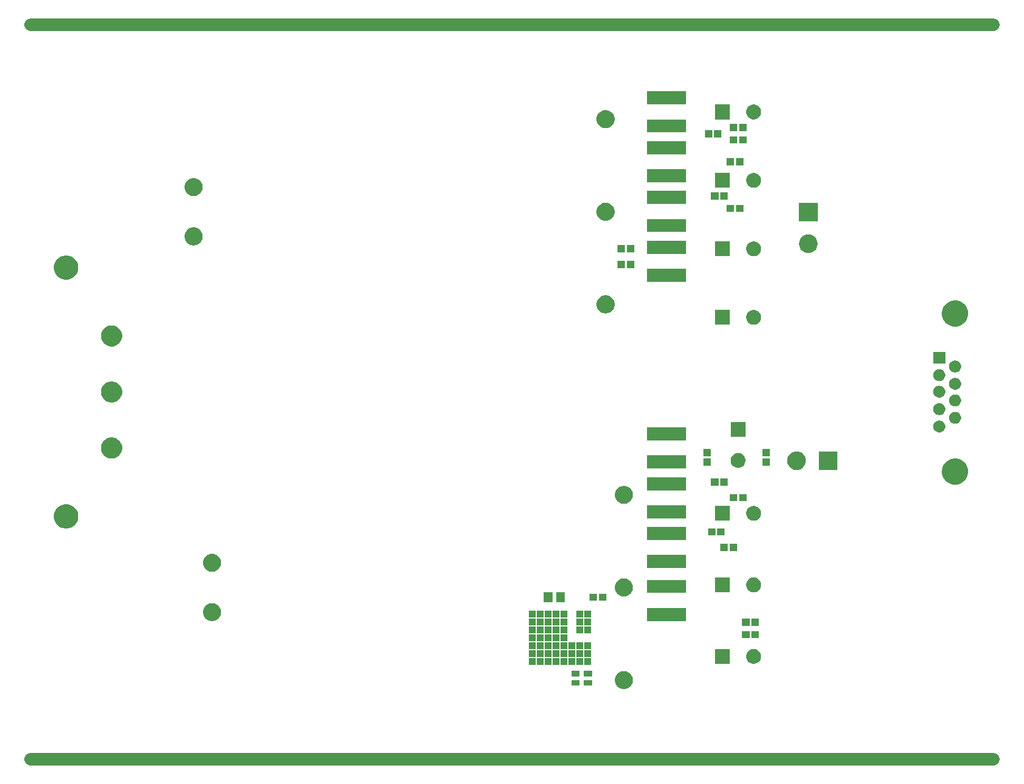
<source format=gbr>
G04 #@! TF.GenerationSoftware,KiCad,Pcbnew,(5.1.0)-1*
G04 #@! TF.CreationDate,2019-09-04T16:49:55-07:00*
G04 #@! TF.ProjectId,pwr supply rev 5,70777220-7375-4707-906c-792072657620,rev?*
G04 #@! TF.SameCoordinates,Original*
G04 #@! TF.FileFunction,Soldermask,Bot*
G04 #@! TF.FilePolarity,Negative*
%FSLAX46Y46*%
G04 Gerber Fmt 4.6, Leading zero omitted, Abs format (unit mm)*
G04 Created by KiCad (PCBNEW (5.1.0)-1) date 2019-09-04 16:49:55*
%MOMM*%
%LPD*%
G04 APERTURE LIST*
%ADD10C,2.000000*%
%ADD11C,0.150000*%
G04 APERTURE END LIST*
D10*
X161000000Y-119000000D02*
X6400000Y-119000000D01*
X161000000Y-1000000D02*
X6400000Y-1000000D01*
D11*
G36*
X101999570Y-104882149D02*
G01*
X102092950Y-104900723D01*
X102356835Y-105010027D01*
X102594321Y-105168711D01*
X102796289Y-105370679D01*
X102954973Y-105608165D01*
X103064277Y-105872050D01*
X103120000Y-106152189D01*
X103120000Y-106437811D01*
X103064277Y-106717950D01*
X102954973Y-106981835D01*
X102796289Y-107219321D01*
X102594321Y-107421289D01*
X102356835Y-107579973D01*
X102092950Y-107689277D01*
X101999570Y-107707851D01*
X101812813Y-107745000D01*
X101527187Y-107745000D01*
X101340430Y-107707851D01*
X101247050Y-107689277D01*
X100983165Y-107579973D01*
X100745679Y-107421289D01*
X100543711Y-107219321D01*
X100385027Y-106981835D01*
X100275723Y-106717950D01*
X100220000Y-106437811D01*
X100220000Y-106152189D01*
X100275723Y-105872050D01*
X100385027Y-105608165D01*
X100543711Y-105370679D01*
X100745679Y-105168711D01*
X100983165Y-105010027D01*
X101247050Y-104900723D01*
X101340430Y-104882149D01*
X101527187Y-104845000D01*
X101812813Y-104845000D01*
X101999570Y-104882149D01*
X101999570Y-104882149D01*
G37*
G36*
X96550000Y-107200000D02*
G01*
X95250000Y-107200000D01*
X95250000Y-106300000D01*
X96550000Y-106300000D01*
X96550000Y-107200000D01*
X96550000Y-107200000D01*
G37*
G36*
X94550000Y-107200000D02*
G01*
X93250000Y-107200000D01*
X93250000Y-106300000D01*
X94550000Y-106300000D01*
X94550000Y-107200000D01*
X94550000Y-107200000D01*
G37*
G36*
X96550000Y-105700000D02*
G01*
X95250000Y-105700000D01*
X95250000Y-104800000D01*
X96550000Y-104800000D01*
X96550000Y-105700000D01*
X96550000Y-105700000D01*
G37*
G36*
X94550000Y-105700000D02*
G01*
X93250000Y-105700000D01*
X93250000Y-104800000D01*
X94550000Y-104800000D01*
X94550000Y-105700000D01*
X94550000Y-105700000D01*
G37*
G36*
X91285000Y-103830000D02*
G01*
X90245000Y-103830000D01*
X90245000Y-102790000D01*
X91285000Y-102790000D01*
X91285000Y-103830000D01*
X91285000Y-103830000D01*
G37*
G36*
X88745000Y-103830000D02*
G01*
X87705000Y-103830000D01*
X87705000Y-102790000D01*
X88745000Y-102790000D01*
X88745000Y-103830000D01*
X88745000Y-103830000D01*
G37*
G36*
X90015000Y-103830000D02*
G01*
X88975000Y-103830000D01*
X88975000Y-102790000D01*
X90015000Y-102790000D01*
X90015000Y-103830000D01*
X90015000Y-103830000D01*
G37*
G36*
X92555000Y-103830000D02*
G01*
X91515000Y-103830000D01*
X91515000Y-102790000D01*
X92555000Y-102790000D01*
X92555000Y-103830000D01*
X92555000Y-103830000D01*
G37*
G36*
X93825000Y-103830000D02*
G01*
X92785000Y-103830000D01*
X92785000Y-102790000D01*
X93825000Y-102790000D01*
X93825000Y-103830000D01*
X93825000Y-103830000D01*
G37*
G36*
X95095000Y-103830000D02*
G01*
X94055000Y-103830000D01*
X94055000Y-102790000D01*
X95095000Y-102790000D01*
X95095000Y-103830000D01*
X95095000Y-103830000D01*
G37*
G36*
X96365000Y-103830000D02*
G01*
X95325000Y-103830000D01*
X95325000Y-102790000D01*
X96365000Y-102790000D01*
X96365000Y-103830000D01*
X96365000Y-103830000D01*
G37*
G36*
X87475000Y-103830000D02*
G01*
X86435000Y-103830000D01*
X86435000Y-102790000D01*
X87475000Y-102790000D01*
X87475000Y-103830000D01*
X87475000Y-103830000D01*
G37*
G36*
X118700000Y-103700000D02*
G01*
X116300000Y-103700000D01*
X116300000Y-101300000D01*
X118700000Y-101300000D01*
X118700000Y-103700000D01*
X118700000Y-103700000D01*
G37*
G36*
X122850027Y-101346116D02*
G01*
X123068415Y-101436575D01*
X123264955Y-101567899D01*
X123432101Y-101735045D01*
X123563425Y-101931585D01*
X123653884Y-102149973D01*
X123700000Y-102381812D01*
X123700000Y-102618188D01*
X123653884Y-102850027D01*
X123563425Y-103068415D01*
X123432101Y-103264955D01*
X123264955Y-103432101D01*
X123068415Y-103563425D01*
X123068414Y-103563426D01*
X123068413Y-103563426D01*
X122850027Y-103653884D01*
X122618190Y-103700000D01*
X122381810Y-103700000D01*
X122149973Y-103653884D01*
X121931587Y-103563426D01*
X121931586Y-103563426D01*
X121931585Y-103563425D01*
X121735045Y-103432101D01*
X121567899Y-103264955D01*
X121436575Y-103068415D01*
X121346116Y-102850027D01*
X121300000Y-102618188D01*
X121300000Y-102381812D01*
X121346116Y-102149973D01*
X121436575Y-101931585D01*
X121567899Y-101735045D01*
X121735045Y-101567899D01*
X121931585Y-101436575D01*
X122149973Y-101346116D01*
X122381810Y-101300000D01*
X122618190Y-101300000D01*
X122850027Y-101346116D01*
X122850027Y-101346116D01*
G37*
G36*
X87475000Y-102560000D02*
G01*
X86435000Y-102560000D01*
X86435000Y-101520000D01*
X87475000Y-101520000D01*
X87475000Y-102560000D01*
X87475000Y-102560000D01*
G37*
G36*
X88745000Y-102560000D02*
G01*
X87705000Y-102560000D01*
X87705000Y-101520000D01*
X88745000Y-101520000D01*
X88745000Y-102560000D01*
X88745000Y-102560000D01*
G37*
G36*
X90015000Y-102560000D02*
G01*
X88975000Y-102560000D01*
X88975000Y-101520000D01*
X90015000Y-101520000D01*
X90015000Y-102560000D01*
X90015000Y-102560000D01*
G37*
G36*
X91285000Y-102560000D02*
G01*
X90245000Y-102560000D01*
X90245000Y-101520000D01*
X91285000Y-101520000D01*
X91285000Y-102560000D01*
X91285000Y-102560000D01*
G37*
G36*
X96365000Y-102560000D02*
G01*
X95325000Y-102560000D01*
X95325000Y-101520000D01*
X96365000Y-101520000D01*
X96365000Y-102560000D01*
X96365000Y-102560000D01*
G37*
G36*
X95095000Y-102560000D02*
G01*
X94055000Y-102560000D01*
X94055000Y-101520000D01*
X95095000Y-101520000D01*
X95095000Y-102560000D01*
X95095000Y-102560000D01*
G37*
G36*
X93825000Y-102560000D02*
G01*
X92785000Y-102560000D01*
X92785000Y-101520000D01*
X93825000Y-101520000D01*
X93825000Y-102560000D01*
X93825000Y-102560000D01*
G37*
G36*
X92555000Y-102560000D02*
G01*
X91515000Y-102560000D01*
X91515000Y-101520000D01*
X92555000Y-101520000D01*
X92555000Y-102560000D01*
X92555000Y-102560000D01*
G37*
G36*
X87475000Y-101290000D02*
G01*
X86435000Y-101290000D01*
X86435000Y-100250000D01*
X87475000Y-100250000D01*
X87475000Y-101290000D01*
X87475000Y-101290000D01*
G37*
G36*
X88745000Y-101290000D02*
G01*
X87705000Y-101290000D01*
X87705000Y-100250000D01*
X88745000Y-100250000D01*
X88745000Y-101290000D01*
X88745000Y-101290000D01*
G37*
G36*
X90015000Y-101290000D02*
G01*
X88975000Y-101290000D01*
X88975000Y-100250000D01*
X90015000Y-100250000D01*
X90015000Y-101290000D01*
X90015000Y-101290000D01*
G37*
G36*
X91285000Y-101290000D02*
G01*
X90245000Y-101290000D01*
X90245000Y-100250000D01*
X91285000Y-100250000D01*
X91285000Y-101290000D01*
X91285000Y-101290000D01*
G37*
G36*
X92555000Y-101290000D02*
G01*
X91515000Y-101290000D01*
X91515000Y-100250000D01*
X92555000Y-100250000D01*
X92555000Y-101290000D01*
X92555000Y-101290000D01*
G37*
G36*
X93825000Y-101290000D02*
G01*
X92785000Y-101290000D01*
X92785000Y-100250000D01*
X93825000Y-100250000D01*
X93825000Y-101290000D01*
X93825000Y-101290000D01*
G37*
G36*
X95095000Y-101290000D02*
G01*
X94055000Y-101290000D01*
X94055000Y-100250000D01*
X95095000Y-100250000D01*
X95095000Y-101290000D01*
X95095000Y-101290000D01*
G37*
G36*
X96365000Y-101290000D02*
G01*
X95325000Y-101290000D01*
X95325000Y-100250000D01*
X96365000Y-100250000D01*
X96365000Y-101290000D01*
X96365000Y-101290000D01*
G37*
G36*
X87475000Y-100020000D02*
G01*
X86435000Y-100020000D01*
X86435000Y-98980000D01*
X87475000Y-98980000D01*
X87475000Y-100020000D01*
X87475000Y-100020000D01*
G37*
G36*
X88745000Y-100020000D02*
G01*
X87705000Y-100020000D01*
X87705000Y-98980000D01*
X88745000Y-98980000D01*
X88745000Y-100020000D01*
X88745000Y-100020000D01*
G37*
G36*
X90015000Y-100020000D02*
G01*
X88975000Y-100020000D01*
X88975000Y-98980000D01*
X90015000Y-98980000D01*
X90015000Y-100020000D01*
X90015000Y-100020000D01*
G37*
G36*
X91285000Y-100020000D02*
G01*
X90245000Y-100020000D01*
X90245000Y-98980000D01*
X91285000Y-98980000D01*
X91285000Y-100020000D01*
X91285000Y-100020000D01*
G37*
G36*
X92555000Y-100020000D02*
G01*
X91515000Y-100020000D01*
X91515000Y-98980000D01*
X92555000Y-98980000D01*
X92555000Y-100020000D01*
X92555000Y-100020000D01*
G37*
G36*
X121850000Y-99575000D02*
G01*
X120650000Y-99575000D01*
X120650000Y-98425000D01*
X121850000Y-98425000D01*
X121850000Y-99575000D01*
X121850000Y-99575000D01*
G37*
G36*
X123350000Y-99575000D02*
G01*
X122150000Y-99575000D01*
X122150000Y-98425000D01*
X123350000Y-98425000D01*
X123350000Y-99575000D01*
X123350000Y-99575000D01*
G37*
G36*
X96365000Y-98750000D02*
G01*
X95325000Y-98750000D01*
X95325000Y-97710000D01*
X96365000Y-97710000D01*
X96365000Y-98750000D01*
X96365000Y-98750000D01*
G37*
G36*
X91285000Y-98750000D02*
G01*
X90245000Y-98750000D01*
X90245000Y-97710000D01*
X91285000Y-97710000D01*
X91285000Y-98750000D01*
X91285000Y-98750000D01*
G37*
G36*
X95095000Y-98750000D02*
G01*
X94055000Y-98750000D01*
X94055000Y-97710000D01*
X95095000Y-97710000D01*
X95095000Y-98750000D01*
X95095000Y-98750000D01*
G37*
G36*
X90015000Y-98750000D02*
G01*
X88975000Y-98750000D01*
X88975000Y-97710000D01*
X90015000Y-97710000D01*
X90015000Y-98750000D01*
X90015000Y-98750000D01*
G37*
G36*
X87475000Y-98750000D02*
G01*
X86435000Y-98750000D01*
X86435000Y-97710000D01*
X87475000Y-97710000D01*
X87475000Y-98750000D01*
X87475000Y-98750000D01*
G37*
G36*
X88745000Y-98750000D02*
G01*
X87705000Y-98750000D01*
X87705000Y-97710000D01*
X88745000Y-97710000D01*
X88745000Y-98750000D01*
X88745000Y-98750000D01*
G37*
G36*
X92555000Y-98750000D02*
G01*
X91515000Y-98750000D01*
X91515000Y-97710000D01*
X92555000Y-97710000D01*
X92555000Y-98750000D01*
X92555000Y-98750000D01*
G37*
G36*
X123350000Y-97575000D02*
G01*
X122150000Y-97575000D01*
X122150000Y-96425000D01*
X123350000Y-96425000D01*
X123350000Y-97575000D01*
X123350000Y-97575000D01*
G37*
G36*
X121850000Y-97575000D02*
G01*
X120650000Y-97575000D01*
X120650000Y-96425000D01*
X121850000Y-96425000D01*
X121850000Y-97575000D01*
X121850000Y-97575000D01*
G37*
G36*
X96365000Y-97480000D02*
G01*
X95325000Y-97480000D01*
X95325000Y-96440000D01*
X96365000Y-96440000D01*
X96365000Y-97480000D01*
X96365000Y-97480000D01*
G37*
G36*
X95095000Y-97480000D02*
G01*
X94055000Y-97480000D01*
X94055000Y-96440000D01*
X95095000Y-96440000D01*
X95095000Y-97480000D01*
X95095000Y-97480000D01*
G37*
G36*
X92555000Y-97480000D02*
G01*
X91515000Y-97480000D01*
X91515000Y-96440000D01*
X92555000Y-96440000D01*
X92555000Y-97480000D01*
X92555000Y-97480000D01*
G37*
G36*
X87475000Y-97480000D02*
G01*
X86435000Y-97480000D01*
X86435000Y-96440000D01*
X87475000Y-96440000D01*
X87475000Y-97480000D01*
X87475000Y-97480000D01*
G37*
G36*
X91285000Y-97480000D02*
G01*
X90245000Y-97480000D01*
X90245000Y-96440000D01*
X91285000Y-96440000D01*
X91285000Y-97480000D01*
X91285000Y-97480000D01*
G37*
G36*
X88745000Y-97480000D02*
G01*
X87705000Y-97480000D01*
X87705000Y-96440000D01*
X88745000Y-96440000D01*
X88745000Y-97480000D01*
X88745000Y-97480000D01*
G37*
G36*
X90015000Y-97480000D02*
G01*
X88975000Y-97480000D01*
X88975000Y-96440000D01*
X90015000Y-96440000D01*
X90015000Y-97480000D01*
X90015000Y-97480000D01*
G37*
G36*
X35859570Y-93962149D02*
G01*
X35952950Y-93980723D01*
X36216835Y-94090027D01*
X36454321Y-94248711D01*
X36656289Y-94450679D01*
X36814973Y-94688165D01*
X36924277Y-94952050D01*
X36980000Y-95232189D01*
X36980000Y-95517811D01*
X36924277Y-95797950D01*
X36814973Y-96061835D01*
X36656289Y-96299321D01*
X36454321Y-96501289D01*
X36216835Y-96659973D01*
X35952950Y-96769277D01*
X35859570Y-96787851D01*
X35672813Y-96825000D01*
X35387187Y-96825000D01*
X35200430Y-96787851D01*
X35107050Y-96769277D01*
X34843165Y-96659973D01*
X34605679Y-96501289D01*
X34403711Y-96299321D01*
X34245027Y-96061835D01*
X34135723Y-95797950D01*
X34080000Y-95517811D01*
X34080000Y-95232189D01*
X34135723Y-94952050D01*
X34245027Y-94688165D01*
X34403711Y-94450679D01*
X34605679Y-94248711D01*
X34843165Y-94090027D01*
X35107050Y-93980723D01*
X35200430Y-93962149D01*
X35387187Y-93925000D01*
X35672813Y-93925000D01*
X35859570Y-93962149D01*
X35859570Y-93962149D01*
G37*
G36*
X111650000Y-96800000D02*
G01*
X105350000Y-96800000D01*
X105350000Y-94700000D01*
X111650000Y-94700000D01*
X111650000Y-96800000D01*
X111650000Y-96800000D01*
G37*
G36*
X91285000Y-96210000D02*
G01*
X90245000Y-96210000D01*
X90245000Y-95170000D01*
X91285000Y-95170000D01*
X91285000Y-96210000D01*
X91285000Y-96210000D01*
G37*
G36*
X90015000Y-96210000D02*
G01*
X88975000Y-96210000D01*
X88975000Y-95170000D01*
X90015000Y-95170000D01*
X90015000Y-96210000D01*
X90015000Y-96210000D01*
G37*
G36*
X96365000Y-96210000D02*
G01*
X95325000Y-96210000D01*
X95325000Y-95170000D01*
X96365000Y-95170000D01*
X96365000Y-96210000D01*
X96365000Y-96210000D01*
G37*
G36*
X88745000Y-96210000D02*
G01*
X87705000Y-96210000D01*
X87705000Y-95170000D01*
X88745000Y-95170000D01*
X88745000Y-96210000D01*
X88745000Y-96210000D01*
G37*
G36*
X92555000Y-96210000D02*
G01*
X91515000Y-96210000D01*
X91515000Y-95170000D01*
X92555000Y-95170000D01*
X92555000Y-96210000D01*
X92555000Y-96210000D01*
G37*
G36*
X87475000Y-96210000D02*
G01*
X86435000Y-96210000D01*
X86435000Y-95170000D01*
X87475000Y-95170000D01*
X87475000Y-96210000D01*
X87475000Y-96210000D01*
G37*
G36*
X95095000Y-96210000D02*
G01*
X94055000Y-96210000D01*
X94055000Y-95170000D01*
X95095000Y-95170000D01*
X95095000Y-96210000D01*
X95095000Y-96210000D01*
G37*
G36*
X92200000Y-93825000D02*
G01*
X90800000Y-93825000D01*
X90800000Y-92175000D01*
X92200000Y-92175000D01*
X92200000Y-93825000D01*
X92200000Y-93825000D01*
G37*
G36*
X90200000Y-93825000D02*
G01*
X88800000Y-93825000D01*
X88800000Y-92175000D01*
X90200000Y-92175000D01*
X90200000Y-93825000D01*
X90200000Y-93825000D01*
G37*
G36*
X98850000Y-93575000D02*
G01*
X97650000Y-93575000D01*
X97650000Y-92425000D01*
X98850000Y-92425000D01*
X98850000Y-93575000D01*
X98850000Y-93575000D01*
G37*
G36*
X97350000Y-93575000D02*
G01*
X96150000Y-93575000D01*
X96150000Y-92425000D01*
X97350000Y-92425000D01*
X97350000Y-93575000D01*
X97350000Y-93575000D01*
G37*
G36*
X101999570Y-90002149D02*
G01*
X102092950Y-90020723D01*
X102356835Y-90130027D01*
X102594321Y-90288711D01*
X102796289Y-90490679D01*
X102954973Y-90728165D01*
X103018614Y-90881810D01*
X103064277Y-90992051D01*
X103120000Y-91272187D01*
X103120000Y-91557813D01*
X103117891Y-91568415D01*
X103064277Y-91837950D01*
X102954973Y-92101835D01*
X102796289Y-92339321D01*
X102594321Y-92541289D01*
X102356835Y-92699973D01*
X102092950Y-92809277D01*
X101999570Y-92827851D01*
X101812813Y-92865000D01*
X101527187Y-92865000D01*
X101340430Y-92827851D01*
X101247050Y-92809277D01*
X100983165Y-92699973D01*
X100745679Y-92541289D01*
X100543711Y-92339321D01*
X100385027Y-92101835D01*
X100275723Y-91837950D01*
X100222109Y-91568415D01*
X100220000Y-91557813D01*
X100220000Y-91272187D01*
X100275723Y-90992051D01*
X100321386Y-90881810D01*
X100385027Y-90728165D01*
X100543711Y-90490679D01*
X100745679Y-90288711D01*
X100983165Y-90130027D01*
X101247050Y-90020723D01*
X101340430Y-90002149D01*
X101527187Y-89965000D01*
X101812813Y-89965000D01*
X101999570Y-90002149D01*
X101999570Y-90002149D01*
G37*
G36*
X111650000Y-92300000D02*
G01*
X105350000Y-92300000D01*
X105350000Y-90200000D01*
X111650000Y-90200000D01*
X111650000Y-92300000D01*
X111650000Y-92300000D01*
G37*
G36*
X118700000Y-92200000D02*
G01*
X116300000Y-92200000D01*
X116300000Y-89800000D01*
X118700000Y-89800000D01*
X118700000Y-92200000D01*
X118700000Y-92200000D01*
G37*
G36*
X122850027Y-89846116D02*
G01*
X123068415Y-89936575D01*
X123264955Y-90067899D01*
X123432101Y-90235045D01*
X123467960Y-90288711D01*
X123563426Y-90431587D01*
X123653884Y-90649973D01*
X123700000Y-90881810D01*
X123700000Y-91118190D01*
X123653884Y-91350027D01*
X123567817Y-91557813D01*
X123563425Y-91568415D01*
X123432101Y-91764955D01*
X123264955Y-91932101D01*
X123068415Y-92063425D01*
X123068414Y-92063426D01*
X123068413Y-92063426D01*
X122850027Y-92153884D01*
X122618190Y-92200000D01*
X122381810Y-92200000D01*
X122149973Y-92153884D01*
X121931587Y-92063426D01*
X121931586Y-92063426D01*
X121931585Y-92063425D01*
X121735045Y-91932101D01*
X121567899Y-91764955D01*
X121436575Y-91568415D01*
X121432184Y-91557813D01*
X121346116Y-91350027D01*
X121300000Y-91118190D01*
X121300000Y-90881810D01*
X121346116Y-90649973D01*
X121436574Y-90431587D01*
X121532041Y-90288711D01*
X121567899Y-90235045D01*
X121735045Y-90067899D01*
X121931585Y-89936575D01*
X122149973Y-89846116D01*
X122381810Y-89800000D01*
X122618190Y-89800000D01*
X122850027Y-89846116D01*
X122850027Y-89846116D01*
G37*
G36*
X35859570Y-86042149D02*
G01*
X35952950Y-86060723D01*
X36216835Y-86170027D01*
X36454321Y-86328711D01*
X36656289Y-86530679D01*
X36814973Y-86768165D01*
X36924277Y-87032050D01*
X36980000Y-87312189D01*
X36980000Y-87597811D01*
X36924277Y-87877950D01*
X36814973Y-88141835D01*
X36656289Y-88379321D01*
X36454321Y-88581289D01*
X36216835Y-88739973D01*
X35952950Y-88849277D01*
X35859570Y-88867851D01*
X35672813Y-88905000D01*
X35387187Y-88905000D01*
X35200430Y-88867851D01*
X35107050Y-88849277D01*
X34843165Y-88739973D01*
X34605679Y-88581289D01*
X34403711Y-88379321D01*
X34245027Y-88141835D01*
X34135723Y-87877950D01*
X34080000Y-87597811D01*
X34080000Y-87312189D01*
X34135723Y-87032050D01*
X34245027Y-86768165D01*
X34403711Y-86530679D01*
X34605679Y-86328711D01*
X34843165Y-86170027D01*
X35107050Y-86060723D01*
X35200430Y-86042149D01*
X35387187Y-86005000D01*
X35672813Y-86005000D01*
X35859570Y-86042149D01*
X35859570Y-86042149D01*
G37*
G36*
X111650000Y-88300000D02*
G01*
X105350000Y-88300000D01*
X105350000Y-86200000D01*
X111650000Y-86200000D01*
X111650000Y-88300000D01*
X111650000Y-88300000D01*
G37*
G36*
X118350000Y-85575000D02*
G01*
X117150000Y-85575000D01*
X117150000Y-84425000D01*
X118350000Y-84425000D01*
X118350000Y-85575000D01*
X118350000Y-85575000D01*
G37*
G36*
X119850000Y-85575000D02*
G01*
X118650000Y-85575000D01*
X118650000Y-84425000D01*
X119850000Y-84425000D01*
X119850000Y-85575000D01*
X119850000Y-85575000D01*
G37*
G36*
X111650000Y-83800000D02*
G01*
X105350000Y-83800000D01*
X105350000Y-81700000D01*
X111650000Y-81700000D01*
X111650000Y-83800000D01*
X111650000Y-83800000D01*
G37*
G36*
X117850000Y-83075000D02*
G01*
X116650000Y-83075000D01*
X116650000Y-81925000D01*
X117850000Y-81925000D01*
X117850000Y-83075000D01*
X117850000Y-83075000D01*
G37*
G36*
X116350000Y-83075000D02*
G01*
X115150000Y-83075000D01*
X115150000Y-81925000D01*
X116350000Y-81925000D01*
X116350000Y-83075000D01*
X116350000Y-83075000D01*
G37*
G36*
X12668794Y-78124938D02*
G01*
X13023674Y-78271933D01*
X13343053Y-78485336D01*
X13614664Y-78756947D01*
X13828067Y-79076326D01*
X13975062Y-79431206D01*
X14050000Y-79807943D01*
X14050000Y-80192057D01*
X13975062Y-80568794D01*
X13828067Y-80923674D01*
X13614664Y-81243053D01*
X13343053Y-81514664D01*
X13023674Y-81728067D01*
X12668794Y-81875062D01*
X12292058Y-81950000D01*
X11907942Y-81950000D01*
X11531206Y-81875062D01*
X11176326Y-81728067D01*
X10856947Y-81514664D01*
X10585336Y-81243053D01*
X10371933Y-80923674D01*
X10224938Y-80568794D01*
X10150000Y-80192057D01*
X10150000Y-79807943D01*
X10224938Y-79431206D01*
X10371933Y-79076326D01*
X10585336Y-78756947D01*
X10856947Y-78485336D01*
X11176326Y-78271933D01*
X11531206Y-78124938D01*
X11907942Y-78050000D01*
X12292058Y-78050000D01*
X12668794Y-78124938D01*
X12668794Y-78124938D01*
G37*
G36*
X122850027Y-78346116D02*
G01*
X123068415Y-78436575D01*
X123264955Y-78567899D01*
X123432101Y-78735045D01*
X123563425Y-78931585D01*
X123653884Y-79149973D01*
X123700000Y-79381812D01*
X123700000Y-79618188D01*
X123653884Y-79850027D01*
X123563425Y-80068415D01*
X123432101Y-80264955D01*
X123264955Y-80432101D01*
X123068415Y-80563425D01*
X123068414Y-80563426D01*
X123068413Y-80563426D01*
X122850027Y-80653884D01*
X122618190Y-80700000D01*
X122381810Y-80700000D01*
X122149973Y-80653884D01*
X121931587Y-80563426D01*
X121931586Y-80563426D01*
X121931585Y-80563425D01*
X121735045Y-80432101D01*
X121567899Y-80264955D01*
X121436575Y-80068415D01*
X121346116Y-79850027D01*
X121300000Y-79618188D01*
X121300000Y-79381812D01*
X121346116Y-79149973D01*
X121436575Y-78931585D01*
X121567899Y-78735045D01*
X121735045Y-78567899D01*
X121931585Y-78436575D01*
X122149973Y-78346116D01*
X122381810Y-78300000D01*
X122618190Y-78300000D01*
X122850027Y-78346116D01*
X122850027Y-78346116D01*
G37*
G36*
X118700000Y-80700000D02*
G01*
X116300000Y-80700000D01*
X116300000Y-78300000D01*
X118700000Y-78300000D01*
X118700000Y-80700000D01*
X118700000Y-80700000D01*
G37*
G36*
X111650000Y-80300000D02*
G01*
X105350000Y-80300000D01*
X105350000Y-78200000D01*
X111650000Y-78200000D01*
X111650000Y-80300000D01*
X111650000Y-80300000D01*
G37*
G36*
X101999570Y-75122149D02*
G01*
X102092950Y-75140723D01*
X102356835Y-75250027D01*
X102594321Y-75408711D01*
X102796289Y-75610679D01*
X102954973Y-75848165D01*
X103064277Y-76112050D01*
X103120000Y-76392189D01*
X103120000Y-76677811D01*
X103064277Y-76957950D01*
X102954973Y-77221835D01*
X102796289Y-77459321D01*
X102594321Y-77661289D01*
X102356835Y-77819973D01*
X102092950Y-77929277D01*
X101999570Y-77947851D01*
X101812813Y-77985000D01*
X101527187Y-77985000D01*
X101340430Y-77947851D01*
X101247050Y-77929277D01*
X100983165Y-77819973D01*
X100745679Y-77661289D01*
X100543711Y-77459321D01*
X100385027Y-77221835D01*
X100275723Y-76957950D01*
X100220000Y-76677811D01*
X100220000Y-76392189D01*
X100275723Y-76112050D01*
X100385027Y-75848165D01*
X100543711Y-75610679D01*
X100745679Y-75408711D01*
X100983165Y-75250027D01*
X101247050Y-75140723D01*
X101340430Y-75122149D01*
X101527187Y-75085000D01*
X101812813Y-75085000D01*
X101999570Y-75122149D01*
X101999570Y-75122149D01*
G37*
G36*
X121350000Y-77575000D02*
G01*
X120150000Y-77575000D01*
X120150000Y-76425000D01*
X121350000Y-76425000D01*
X121350000Y-77575000D01*
X121350000Y-77575000D01*
G37*
G36*
X119850000Y-77575000D02*
G01*
X118650000Y-77575000D01*
X118650000Y-76425000D01*
X119850000Y-76425000D01*
X119850000Y-77575000D01*
X119850000Y-77575000D01*
G37*
G36*
X111650000Y-75800000D02*
G01*
X105350000Y-75800000D01*
X105350000Y-73700000D01*
X111650000Y-73700000D01*
X111650000Y-75800000D01*
X111650000Y-75800000D01*
G37*
G36*
X116850000Y-75075000D02*
G01*
X115650000Y-75075000D01*
X115650000Y-73925000D01*
X116850000Y-73925000D01*
X116850000Y-75075000D01*
X116850000Y-75075000D01*
G37*
G36*
X118350000Y-75075000D02*
G01*
X117150000Y-75075000D01*
X117150000Y-73925000D01*
X118350000Y-73925000D01*
X118350000Y-75075000D01*
X118350000Y-75075000D01*
G37*
G36*
X155454006Y-70765894D02*
G01*
X155837094Y-70924574D01*
X156181859Y-71154939D01*
X156475061Y-71448141D01*
X156705426Y-71792906D01*
X156705427Y-71792909D01*
X156864106Y-72175994D01*
X156915133Y-72432522D01*
X156945000Y-72582677D01*
X156945000Y-72997323D01*
X156864106Y-73404006D01*
X156705426Y-73787094D01*
X156475061Y-74131859D01*
X156181859Y-74425061D01*
X155837094Y-74655426D01*
X155454006Y-74814106D01*
X155047324Y-74895000D01*
X154632676Y-74895000D01*
X154225994Y-74814106D01*
X153842906Y-74655426D01*
X153498141Y-74425061D01*
X153204939Y-74131859D01*
X152974574Y-73787094D01*
X152815894Y-73404006D01*
X152735000Y-72997323D01*
X152735000Y-72582677D01*
X152764868Y-72432522D01*
X152815894Y-72175994D01*
X152974573Y-71792909D01*
X152974574Y-71792906D01*
X153204939Y-71448141D01*
X153498141Y-71154939D01*
X153842906Y-70924574D01*
X154225994Y-70765894D01*
X154632676Y-70685000D01*
X155047324Y-70685000D01*
X155454006Y-70765894D01*
X155454006Y-70765894D01*
G37*
G36*
X129684051Y-69561705D02*
G01*
X129966802Y-69647476D01*
X129966805Y-69647478D01*
X129966806Y-69647478D01*
X130227386Y-69786760D01*
X130455792Y-69974208D01*
X130643240Y-70202614D01*
X130765628Y-70431587D01*
X130782524Y-70463198D01*
X130868295Y-70745949D01*
X130897257Y-71040000D01*
X130868295Y-71334051D01*
X130782524Y-71616802D01*
X130782522Y-71616805D01*
X130782522Y-71616806D01*
X130643240Y-71877386D01*
X130455792Y-72105792D01*
X130227386Y-72293240D01*
X129966806Y-72432522D01*
X129966802Y-72432524D01*
X129684051Y-72518295D01*
X129463680Y-72540000D01*
X129316320Y-72540000D01*
X129095949Y-72518295D01*
X128813198Y-72432524D01*
X128813194Y-72432522D01*
X128552614Y-72293240D01*
X128324208Y-72105792D01*
X128136760Y-71877386D01*
X127997478Y-71616806D01*
X127997478Y-71616805D01*
X127997476Y-71616802D01*
X127911705Y-71334051D01*
X127882743Y-71040000D01*
X127911705Y-70745949D01*
X127997476Y-70463198D01*
X128014372Y-70431587D01*
X128136760Y-70202614D01*
X128324208Y-69974208D01*
X128552614Y-69786760D01*
X128813194Y-69647478D01*
X128813195Y-69647478D01*
X128813198Y-69647476D01*
X129095949Y-69561705D01*
X129316320Y-69540000D01*
X129463680Y-69540000D01*
X129684051Y-69561705D01*
X129684051Y-69561705D01*
G37*
G36*
X135970000Y-72540000D02*
G01*
X132970000Y-72540000D01*
X132970000Y-69540000D01*
X135970000Y-69540000D01*
X135970000Y-72540000D01*
X135970000Y-72540000D01*
G37*
G36*
X111650000Y-72300000D02*
G01*
X105350000Y-72300000D01*
X105350000Y-70200000D01*
X111650000Y-70200000D01*
X111650000Y-72300000D01*
X111650000Y-72300000D01*
G37*
G36*
X120350027Y-69846116D02*
G01*
X120568415Y-69936575D01*
X120764955Y-70067899D01*
X120932101Y-70235045D01*
X121008912Y-70350000D01*
X121063426Y-70431587D01*
X121147545Y-70634669D01*
X121153884Y-70649973D01*
X121200000Y-70881812D01*
X121200000Y-71118188D01*
X121153884Y-71350027D01*
X121063425Y-71568415D01*
X120932101Y-71764955D01*
X120764955Y-71932101D01*
X120568415Y-72063425D01*
X120568414Y-72063426D01*
X120568413Y-72063426D01*
X120350027Y-72153884D01*
X120118190Y-72200000D01*
X119881810Y-72200000D01*
X119649973Y-72153884D01*
X119431587Y-72063426D01*
X119431586Y-72063426D01*
X119431585Y-72063425D01*
X119235045Y-71932101D01*
X119067899Y-71764955D01*
X118936575Y-71568415D01*
X118846116Y-71350027D01*
X118800000Y-71118188D01*
X118800000Y-70881812D01*
X118846116Y-70649973D01*
X118852455Y-70634669D01*
X118936574Y-70431587D01*
X118991089Y-70350000D01*
X119067899Y-70235045D01*
X119235045Y-70067899D01*
X119431585Y-69936575D01*
X119649973Y-69846116D01*
X119881810Y-69800000D01*
X120118190Y-69800000D01*
X120350027Y-69846116D01*
X120350027Y-69846116D01*
G37*
G36*
X125075000Y-71850000D02*
G01*
X123925000Y-71850000D01*
X123925000Y-70650000D01*
X125075000Y-70650000D01*
X125075000Y-71850000D01*
X125075000Y-71850000D01*
G37*
G36*
X115575000Y-71850000D02*
G01*
X114425000Y-71850000D01*
X114425000Y-70650000D01*
X115575000Y-70650000D01*
X115575000Y-71850000D01*
X115575000Y-71850000D01*
G37*
G36*
X19895872Y-67365330D02*
G01*
X20205252Y-67493479D01*
X20483687Y-67679523D01*
X20720477Y-67916313D01*
X20906521Y-68194748D01*
X21034670Y-68504128D01*
X21100000Y-68832565D01*
X21100000Y-69167435D01*
X21034670Y-69495872D01*
X20906521Y-69805252D01*
X20720477Y-70083687D01*
X20483687Y-70320477D01*
X20205252Y-70506521D01*
X19895872Y-70634670D01*
X19567435Y-70700000D01*
X19232565Y-70700000D01*
X18904128Y-70634670D01*
X18594748Y-70506521D01*
X18316313Y-70320477D01*
X18079523Y-70083687D01*
X17893479Y-69805252D01*
X17765330Y-69495872D01*
X17700000Y-69167435D01*
X17700000Y-68832565D01*
X17765330Y-68504128D01*
X17893479Y-68194748D01*
X18079523Y-67916313D01*
X18316313Y-67679523D01*
X18594748Y-67493479D01*
X18904128Y-67365330D01*
X19232565Y-67300000D01*
X19567435Y-67300000D01*
X19895872Y-67365330D01*
X19895872Y-67365330D01*
G37*
G36*
X115575000Y-70350000D02*
G01*
X114425000Y-70350000D01*
X114425000Y-69150000D01*
X115575000Y-69150000D01*
X115575000Y-70350000D01*
X115575000Y-70350000D01*
G37*
G36*
X125075000Y-70350000D02*
G01*
X123925000Y-70350000D01*
X123925000Y-69150000D01*
X125075000Y-69150000D01*
X125075000Y-70350000D01*
X125075000Y-70350000D01*
G37*
G36*
X111650000Y-67800000D02*
G01*
X105350000Y-67800000D01*
X105350000Y-65700000D01*
X111650000Y-65700000D01*
X111650000Y-67800000D01*
X111650000Y-67800000D01*
G37*
G36*
X121200000Y-67200000D02*
G01*
X118800000Y-67200000D01*
X118800000Y-64800000D01*
X121200000Y-64800000D01*
X121200000Y-67200000D01*
X121200000Y-67200000D01*
G37*
G36*
X152580022Y-64626892D02*
G01*
X152754731Y-64699259D01*
X152754733Y-64699260D01*
X152911964Y-64804319D01*
X153045681Y-64938036D01*
X153150740Y-65095267D01*
X153223108Y-65269979D01*
X153260000Y-65455448D01*
X153260000Y-65644552D01*
X153223108Y-65830021D01*
X153150740Y-66004733D01*
X153045681Y-66161964D01*
X152911964Y-66295681D01*
X152754733Y-66400740D01*
X152754732Y-66400741D01*
X152754731Y-66400741D01*
X152580022Y-66473108D01*
X152394552Y-66510000D01*
X152205448Y-66510000D01*
X152019978Y-66473108D01*
X151845269Y-66400741D01*
X151845268Y-66400741D01*
X151845267Y-66400740D01*
X151688036Y-66295681D01*
X151554319Y-66161964D01*
X151449260Y-66004733D01*
X151376892Y-65830021D01*
X151340000Y-65644552D01*
X151340000Y-65455448D01*
X151376892Y-65269979D01*
X151449260Y-65095267D01*
X151554319Y-64938036D01*
X151688036Y-64804319D01*
X151845267Y-64699260D01*
X151845269Y-64699259D01*
X152019978Y-64626892D01*
X152205448Y-64590000D01*
X152394552Y-64590000D01*
X152580022Y-64626892D01*
X152580022Y-64626892D01*
G37*
G36*
X155120022Y-63226892D02*
G01*
X155294731Y-63299259D01*
X155294733Y-63299260D01*
X155451964Y-63404319D01*
X155585681Y-63538036D01*
X155690740Y-63695267D01*
X155763108Y-63869979D01*
X155800000Y-64055448D01*
X155800000Y-64244552D01*
X155763108Y-64430021D01*
X155690740Y-64604733D01*
X155585681Y-64761964D01*
X155451964Y-64895681D01*
X155294733Y-65000740D01*
X155294732Y-65000741D01*
X155294731Y-65000741D01*
X155120022Y-65073108D01*
X154934552Y-65110000D01*
X154745448Y-65110000D01*
X154559978Y-65073108D01*
X154385269Y-65000741D01*
X154385268Y-65000741D01*
X154385267Y-65000740D01*
X154228036Y-64895681D01*
X154094319Y-64761964D01*
X153989260Y-64604733D01*
X153916892Y-64430021D01*
X153880000Y-64244552D01*
X153880000Y-64055448D01*
X153916892Y-63869979D01*
X153989260Y-63695267D01*
X154094319Y-63538036D01*
X154228036Y-63404319D01*
X154385267Y-63299260D01*
X154385269Y-63299259D01*
X154559978Y-63226892D01*
X154745448Y-63190000D01*
X154934552Y-63190000D01*
X155120022Y-63226892D01*
X155120022Y-63226892D01*
G37*
G36*
X152580022Y-61836892D02*
G01*
X152754731Y-61909259D01*
X152754733Y-61909260D01*
X152911964Y-62014319D01*
X153045681Y-62148036D01*
X153150740Y-62305267D01*
X153223108Y-62479979D01*
X153260000Y-62665448D01*
X153260000Y-62854552D01*
X153223108Y-63040021D01*
X153150740Y-63214733D01*
X153045681Y-63371964D01*
X152911964Y-63505681D01*
X152754733Y-63610740D01*
X152754732Y-63610741D01*
X152754731Y-63610741D01*
X152580022Y-63683108D01*
X152394552Y-63720000D01*
X152205448Y-63720000D01*
X152019978Y-63683108D01*
X151845269Y-63610741D01*
X151845268Y-63610741D01*
X151845267Y-63610740D01*
X151688036Y-63505681D01*
X151554319Y-63371964D01*
X151449260Y-63214733D01*
X151376892Y-63040021D01*
X151340000Y-62854552D01*
X151340000Y-62665448D01*
X151376892Y-62479979D01*
X151449260Y-62305267D01*
X151554319Y-62148036D01*
X151688036Y-62014319D01*
X151845267Y-61909260D01*
X151845269Y-61909259D01*
X152019978Y-61836892D01*
X152205448Y-61800000D01*
X152394552Y-61800000D01*
X152580022Y-61836892D01*
X152580022Y-61836892D01*
G37*
G36*
X155120022Y-60436892D02*
G01*
X155294731Y-60509259D01*
X155294733Y-60509260D01*
X155451964Y-60614319D01*
X155585681Y-60748036D01*
X155675934Y-60883108D01*
X155690741Y-60905269D01*
X155763108Y-61079978D01*
X155800000Y-61265448D01*
X155800000Y-61454552D01*
X155764173Y-61634670D01*
X155763108Y-61640021D01*
X155690740Y-61814733D01*
X155585681Y-61971964D01*
X155451964Y-62105681D01*
X155294733Y-62210740D01*
X155294732Y-62210741D01*
X155294731Y-62210741D01*
X155120022Y-62283108D01*
X154934552Y-62320000D01*
X154745448Y-62320000D01*
X154559978Y-62283108D01*
X154385269Y-62210741D01*
X154385268Y-62210741D01*
X154385267Y-62210740D01*
X154228036Y-62105681D01*
X154094319Y-61971964D01*
X153989260Y-61814733D01*
X153916892Y-61640021D01*
X153915828Y-61634670D01*
X153880000Y-61454552D01*
X153880000Y-61265448D01*
X153916892Y-61079978D01*
X153989259Y-60905269D01*
X154004067Y-60883108D01*
X154094319Y-60748036D01*
X154228036Y-60614319D01*
X154385267Y-60509260D01*
X154385269Y-60509259D01*
X154559978Y-60436892D01*
X154745448Y-60400000D01*
X154934552Y-60400000D01*
X155120022Y-60436892D01*
X155120022Y-60436892D01*
G37*
G36*
X19895872Y-58365330D02*
G01*
X20205252Y-58493479D01*
X20483687Y-58679523D01*
X20720477Y-58916313D01*
X20906521Y-59194748D01*
X21034670Y-59504128D01*
X21100000Y-59832565D01*
X21100000Y-60167435D01*
X21034670Y-60495872D01*
X20906521Y-60805252D01*
X20720477Y-61083687D01*
X20483687Y-61320477D01*
X20205252Y-61506521D01*
X19895872Y-61634670D01*
X19567435Y-61700000D01*
X19232565Y-61700000D01*
X18904128Y-61634670D01*
X18594748Y-61506521D01*
X18316313Y-61320477D01*
X18079523Y-61083687D01*
X17893479Y-60805252D01*
X17765330Y-60495872D01*
X17700000Y-60167435D01*
X17700000Y-59832565D01*
X17765330Y-59504128D01*
X17893479Y-59194748D01*
X18079523Y-58916313D01*
X18316313Y-58679523D01*
X18594748Y-58493479D01*
X18904128Y-58365330D01*
X19232565Y-58300000D01*
X19567435Y-58300000D01*
X19895872Y-58365330D01*
X19895872Y-58365330D01*
G37*
G36*
X152580022Y-59036892D02*
G01*
X152754731Y-59109259D01*
X152754733Y-59109260D01*
X152882671Y-59194746D01*
X152911964Y-59214319D01*
X153045681Y-59348036D01*
X153150741Y-59505269D01*
X153223108Y-59679978D01*
X153260000Y-59865448D01*
X153260000Y-60054552D01*
X153237547Y-60167434D01*
X153223108Y-60240021D01*
X153150740Y-60414733D01*
X153045681Y-60571964D01*
X152911964Y-60705681D01*
X152754733Y-60810740D01*
X152754732Y-60810741D01*
X152754731Y-60810741D01*
X152580022Y-60883108D01*
X152394552Y-60920000D01*
X152205448Y-60920000D01*
X152019978Y-60883108D01*
X151845269Y-60810741D01*
X151845268Y-60810741D01*
X151845267Y-60810740D01*
X151688036Y-60705681D01*
X151554319Y-60571964D01*
X151449260Y-60414733D01*
X151376892Y-60240021D01*
X151362454Y-60167434D01*
X151340000Y-60054552D01*
X151340000Y-59865448D01*
X151376892Y-59679978D01*
X151449259Y-59505269D01*
X151554319Y-59348036D01*
X151688036Y-59214319D01*
X151717329Y-59194746D01*
X151845267Y-59109260D01*
X151845269Y-59109259D01*
X152019978Y-59036892D01*
X152205448Y-59000000D01*
X152394552Y-59000000D01*
X152580022Y-59036892D01*
X152580022Y-59036892D01*
G37*
G36*
X155120022Y-57766892D02*
G01*
X155294731Y-57839259D01*
X155294733Y-57839260D01*
X155451964Y-57944319D01*
X155585681Y-58078036D01*
X155675934Y-58213108D01*
X155690741Y-58235269D01*
X155763108Y-58409978D01*
X155800000Y-58595448D01*
X155800000Y-58784552D01*
X155763108Y-58970022D01*
X155690741Y-59144731D01*
X155690740Y-59144733D01*
X155585681Y-59301964D01*
X155451964Y-59435681D01*
X155294733Y-59540740D01*
X155294732Y-59540741D01*
X155294731Y-59540741D01*
X155120022Y-59613108D01*
X154934552Y-59650000D01*
X154745448Y-59650000D01*
X154559978Y-59613108D01*
X154385269Y-59540741D01*
X154385268Y-59540741D01*
X154385267Y-59540740D01*
X154228036Y-59435681D01*
X154094319Y-59301964D01*
X153989260Y-59144733D01*
X153989259Y-59144731D01*
X153916892Y-58970022D01*
X153880000Y-58784552D01*
X153880000Y-58595448D01*
X153916892Y-58409978D01*
X153989259Y-58235269D01*
X154004067Y-58213108D01*
X154094319Y-58078036D01*
X154228036Y-57944319D01*
X154385267Y-57839260D01*
X154385269Y-57839259D01*
X154559978Y-57766892D01*
X154745448Y-57730000D01*
X154934552Y-57730000D01*
X155120022Y-57766892D01*
X155120022Y-57766892D01*
G37*
G36*
X152580022Y-56366892D02*
G01*
X152754731Y-56439259D01*
X152754733Y-56439260D01*
X152911964Y-56544319D01*
X153045681Y-56678036D01*
X153150740Y-56835267D01*
X153223108Y-57009979D01*
X153260000Y-57195448D01*
X153260000Y-57384552D01*
X153223108Y-57570021D01*
X153150740Y-57744733D01*
X153045681Y-57901964D01*
X152911964Y-58035681D01*
X152754733Y-58140740D01*
X152754732Y-58140741D01*
X152754731Y-58140741D01*
X152580022Y-58213108D01*
X152394552Y-58250000D01*
X152205448Y-58250000D01*
X152019978Y-58213108D01*
X151845269Y-58140741D01*
X151845268Y-58140741D01*
X151845267Y-58140740D01*
X151688036Y-58035681D01*
X151554319Y-57901964D01*
X151449260Y-57744733D01*
X151376892Y-57570021D01*
X151340000Y-57384552D01*
X151340000Y-57195448D01*
X151376892Y-57009979D01*
X151449260Y-56835267D01*
X151554319Y-56678036D01*
X151688036Y-56544319D01*
X151845267Y-56439260D01*
X151845269Y-56439259D01*
X152019978Y-56366892D01*
X152205448Y-56330000D01*
X152394552Y-56330000D01*
X152580022Y-56366892D01*
X152580022Y-56366892D01*
G37*
G36*
X155120022Y-54976892D02*
G01*
X155294731Y-55049259D01*
X155294733Y-55049260D01*
X155451964Y-55154319D01*
X155585681Y-55288036D01*
X155690740Y-55445267D01*
X155763108Y-55619979D01*
X155800000Y-55805448D01*
X155800000Y-55994552D01*
X155763108Y-56180021D01*
X155690740Y-56354733D01*
X155585681Y-56511964D01*
X155451964Y-56645681D01*
X155294733Y-56750740D01*
X155294732Y-56750741D01*
X155294731Y-56750741D01*
X155120022Y-56823108D01*
X154934552Y-56860000D01*
X154745448Y-56860000D01*
X154559978Y-56823108D01*
X154385269Y-56750741D01*
X154385268Y-56750741D01*
X154385267Y-56750740D01*
X154228036Y-56645681D01*
X154094319Y-56511964D01*
X153989260Y-56354733D01*
X153916892Y-56180021D01*
X153880000Y-55994552D01*
X153880000Y-55805448D01*
X153916892Y-55619979D01*
X153989260Y-55445267D01*
X154094319Y-55288036D01*
X154228036Y-55154319D01*
X154385267Y-55049260D01*
X154385269Y-55049259D01*
X154559978Y-54976892D01*
X154745448Y-54940000D01*
X154934552Y-54940000D01*
X155120022Y-54976892D01*
X155120022Y-54976892D01*
G37*
G36*
X153260000Y-55460000D02*
G01*
X151340000Y-55460000D01*
X151340000Y-53540000D01*
X153260000Y-53540000D01*
X153260000Y-55460000D01*
X153260000Y-55460000D01*
G37*
G36*
X19895872Y-49365330D02*
G01*
X20205252Y-49493479D01*
X20483687Y-49679523D01*
X20720477Y-49916313D01*
X20906521Y-50194748D01*
X21034670Y-50504128D01*
X21100000Y-50832565D01*
X21100000Y-51167435D01*
X21034670Y-51495872D01*
X20906521Y-51805252D01*
X20720477Y-52083687D01*
X20483687Y-52320477D01*
X20205252Y-52506521D01*
X19895872Y-52634670D01*
X19567435Y-52700000D01*
X19232565Y-52700000D01*
X18904128Y-52634670D01*
X18594748Y-52506521D01*
X18316313Y-52320477D01*
X18079523Y-52083687D01*
X17893479Y-51805252D01*
X17765330Y-51495872D01*
X17700000Y-51167435D01*
X17700000Y-50832565D01*
X17765330Y-50504128D01*
X17893479Y-50194748D01*
X18079523Y-49916313D01*
X18316313Y-49679523D01*
X18594748Y-49493479D01*
X18904128Y-49365330D01*
X19232565Y-49300000D01*
X19567435Y-49300000D01*
X19895872Y-49365330D01*
X19895872Y-49365330D01*
G37*
G36*
X155454006Y-45365894D02*
G01*
X155837094Y-45524574D01*
X156181859Y-45754939D01*
X156475061Y-46048141D01*
X156705426Y-46392906D01*
X156705427Y-46392909D01*
X156864106Y-46775994D01*
X156896048Y-46936575D01*
X156945000Y-47182677D01*
X156945000Y-47597323D01*
X156864106Y-48004006D01*
X156705426Y-48387094D01*
X156475061Y-48731859D01*
X156181859Y-49025061D01*
X155837094Y-49255426D01*
X155571762Y-49365330D01*
X155454006Y-49414106D01*
X155047324Y-49495000D01*
X154632676Y-49495000D01*
X154225994Y-49414106D01*
X154108238Y-49365330D01*
X153842906Y-49255426D01*
X153498141Y-49025061D01*
X153204939Y-48731859D01*
X152974574Y-48387094D01*
X152815894Y-48004006D01*
X152735000Y-47597323D01*
X152735000Y-47182677D01*
X152783953Y-46936575D01*
X152815894Y-46775994D01*
X152974573Y-46392909D01*
X152974574Y-46392906D01*
X153204939Y-46048141D01*
X153498141Y-45754939D01*
X153842906Y-45524574D01*
X154225994Y-45365894D01*
X154632676Y-45285000D01*
X155047324Y-45285000D01*
X155454006Y-45365894D01*
X155454006Y-45365894D01*
G37*
G36*
X118700000Y-49200000D02*
G01*
X116300000Y-49200000D01*
X116300000Y-46800000D01*
X118700000Y-46800000D01*
X118700000Y-49200000D01*
X118700000Y-49200000D01*
G37*
G36*
X122841003Y-46844321D02*
G01*
X122850027Y-46846116D01*
X123068415Y-46936575D01*
X123264955Y-47067899D01*
X123432101Y-47235045D01*
X123563425Y-47431585D01*
X123653884Y-47649973D01*
X123700000Y-47881812D01*
X123700000Y-48118188D01*
X123653884Y-48350027D01*
X123563425Y-48568415D01*
X123432101Y-48764955D01*
X123264955Y-48932101D01*
X123068415Y-49063425D01*
X123068414Y-49063426D01*
X123068413Y-49063426D01*
X122850027Y-49153884D01*
X122618190Y-49200000D01*
X122381810Y-49200000D01*
X122149973Y-49153884D01*
X121931587Y-49063426D01*
X121931586Y-49063426D01*
X121931585Y-49063425D01*
X121735045Y-48932101D01*
X121567899Y-48764955D01*
X121436575Y-48568415D01*
X121346116Y-48350027D01*
X121300000Y-48118188D01*
X121300000Y-47881812D01*
X121346116Y-47649973D01*
X121436575Y-47431585D01*
X121567899Y-47235045D01*
X121735045Y-47067899D01*
X121931585Y-46936575D01*
X122149973Y-46846116D01*
X122158997Y-46844321D01*
X122381810Y-46800000D01*
X122618190Y-46800000D01*
X122841003Y-46844321D01*
X122841003Y-46844321D01*
G37*
G36*
X99049570Y-44507149D02*
G01*
X99142950Y-44525723D01*
X99406835Y-44635027D01*
X99644321Y-44793711D01*
X99846289Y-44995679D01*
X100004973Y-45233165D01*
X100114277Y-45497050D01*
X100114277Y-45497051D01*
X100165575Y-45754940D01*
X100170000Y-45777189D01*
X100170000Y-46062811D01*
X100114277Y-46342950D01*
X100004973Y-46606835D01*
X99846289Y-46844321D01*
X99644321Y-47046289D01*
X99406835Y-47204973D01*
X99142950Y-47314277D01*
X99049570Y-47332851D01*
X98862813Y-47370000D01*
X98577187Y-47370000D01*
X98390430Y-47332851D01*
X98297050Y-47314277D01*
X98033165Y-47204973D01*
X97795679Y-47046289D01*
X97593711Y-46844321D01*
X97435027Y-46606835D01*
X97325723Y-46342950D01*
X97270000Y-46062811D01*
X97270000Y-45777189D01*
X97274426Y-45754940D01*
X97325723Y-45497051D01*
X97325723Y-45497050D01*
X97435027Y-45233165D01*
X97593711Y-44995679D01*
X97795679Y-44793711D01*
X98033165Y-44635027D01*
X98297050Y-44525723D01*
X98390430Y-44507149D01*
X98577187Y-44470000D01*
X98862813Y-44470000D01*
X99049570Y-44507149D01*
X99049570Y-44507149D01*
G37*
G36*
X111650000Y-42300000D02*
G01*
X105350000Y-42300000D01*
X105350000Y-40200000D01*
X111650000Y-40200000D01*
X111650000Y-42300000D01*
X111650000Y-42300000D01*
G37*
G36*
X12668794Y-38124938D02*
G01*
X13023674Y-38271933D01*
X13343053Y-38485336D01*
X13614664Y-38756947D01*
X13828067Y-39076326D01*
X13975062Y-39431206D01*
X14050000Y-39807943D01*
X14050000Y-40192057D01*
X13975062Y-40568794D01*
X13828067Y-40923674D01*
X13614664Y-41243053D01*
X13343053Y-41514664D01*
X13023674Y-41728067D01*
X12668794Y-41875062D01*
X12292058Y-41950000D01*
X11907942Y-41950000D01*
X11531206Y-41875062D01*
X11176326Y-41728067D01*
X10856947Y-41514664D01*
X10585336Y-41243053D01*
X10371933Y-40923674D01*
X10224938Y-40568794D01*
X10150000Y-40192057D01*
X10150000Y-39807943D01*
X10224938Y-39431206D01*
X10371933Y-39076326D01*
X10585336Y-38756947D01*
X10856947Y-38485336D01*
X11176326Y-38271933D01*
X11531206Y-38124938D01*
X11907942Y-38050000D01*
X12292058Y-38050000D01*
X12668794Y-38124938D01*
X12668794Y-38124938D01*
G37*
G36*
X103350000Y-40075000D02*
G01*
X102150000Y-40075000D01*
X102150000Y-38925000D01*
X103350000Y-38925000D01*
X103350000Y-40075000D01*
X103350000Y-40075000D01*
G37*
G36*
X101850000Y-40075000D02*
G01*
X100650000Y-40075000D01*
X100650000Y-38925000D01*
X101850000Y-38925000D01*
X101850000Y-40075000D01*
X101850000Y-40075000D01*
G37*
G36*
X122850027Y-35846116D02*
G01*
X122970338Y-35895950D01*
X123068415Y-35936575D01*
X123264955Y-36067899D01*
X123432101Y-36235045D01*
X123563425Y-36431585D01*
X123653884Y-36649973D01*
X123700000Y-36881812D01*
X123700000Y-37118188D01*
X123653884Y-37350027D01*
X123563425Y-37568415D01*
X123432101Y-37764955D01*
X123264955Y-37932101D01*
X123068415Y-38063425D01*
X123068414Y-38063426D01*
X123068413Y-38063426D01*
X122850027Y-38153884D01*
X122618190Y-38200000D01*
X122381810Y-38200000D01*
X122149973Y-38153884D01*
X121931587Y-38063426D01*
X121931586Y-38063426D01*
X121931585Y-38063425D01*
X121735045Y-37932101D01*
X121567899Y-37764955D01*
X121436575Y-37568415D01*
X121346116Y-37350027D01*
X121300000Y-37118188D01*
X121300000Y-36881812D01*
X121346116Y-36649973D01*
X121436575Y-36431585D01*
X121567899Y-36235045D01*
X121735045Y-36067899D01*
X121931585Y-35936575D01*
X122029663Y-35895950D01*
X122149973Y-35846116D01*
X122381810Y-35800000D01*
X122618190Y-35800000D01*
X122850027Y-35846116D01*
X122850027Y-35846116D01*
G37*
G36*
X118700000Y-38200000D02*
G01*
X116300000Y-38200000D01*
X116300000Y-35800000D01*
X118700000Y-35800000D01*
X118700000Y-38200000D01*
X118700000Y-38200000D01*
G37*
G36*
X111650000Y-37800000D02*
G01*
X105350000Y-37800000D01*
X105350000Y-35700000D01*
X111650000Y-35700000D01*
X111650000Y-37800000D01*
X111650000Y-37800000D01*
G37*
G36*
X131574051Y-34711705D02*
G01*
X131856802Y-34797476D01*
X131856805Y-34797478D01*
X131856806Y-34797478D01*
X132117386Y-34936760D01*
X132345792Y-35124208D01*
X132533240Y-35352614D01*
X132672522Y-35613194D01*
X132672524Y-35613198D01*
X132758295Y-35895949D01*
X132787257Y-36190000D01*
X132758295Y-36484051D01*
X132672524Y-36766802D01*
X132672522Y-36766805D01*
X132672522Y-36766806D01*
X132533240Y-37027386D01*
X132345792Y-37255792D01*
X132117386Y-37443240D01*
X131856806Y-37582522D01*
X131856802Y-37582524D01*
X131574051Y-37668295D01*
X131353680Y-37690000D01*
X131206320Y-37690000D01*
X130985949Y-37668295D01*
X130703198Y-37582524D01*
X130703194Y-37582522D01*
X130442614Y-37443240D01*
X130214208Y-37255792D01*
X130026760Y-37027386D01*
X129887478Y-36766806D01*
X129887478Y-36766805D01*
X129887476Y-36766802D01*
X129801705Y-36484051D01*
X129772743Y-36190000D01*
X129801705Y-35895949D01*
X129887476Y-35613198D01*
X129887478Y-35613194D01*
X130026760Y-35352614D01*
X130214208Y-35124208D01*
X130442614Y-34936760D01*
X130703194Y-34797478D01*
X130703195Y-34797478D01*
X130703198Y-34797476D01*
X130985949Y-34711705D01*
X131206320Y-34690000D01*
X131353680Y-34690000D01*
X131574051Y-34711705D01*
X131574051Y-34711705D01*
G37*
G36*
X101850000Y-37575000D02*
G01*
X100650000Y-37575000D01*
X100650000Y-36425000D01*
X101850000Y-36425000D01*
X101850000Y-37575000D01*
X101850000Y-37575000D01*
G37*
G36*
X103350000Y-37575000D02*
G01*
X102150000Y-37575000D01*
X102150000Y-36425000D01*
X103350000Y-36425000D01*
X103350000Y-37575000D01*
X103350000Y-37575000D01*
G37*
G36*
X32909570Y-33587149D02*
G01*
X33002950Y-33605723D01*
X33266835Y-33715027D01*
X33504321Y-33873711D01*
X33706289Y-34075679D01*
X33864973Y-34313165D01*
X33974277Y-34577050D01*
X33974277Y-34577051D01*
X34018123Y-34797476D01*
X34030000Y-34857189D01*
X34030000Y-35142811D01*
X33974277Y-35422950D01*
X33864973Y-35686835D01*
X33706289Y-35924321D01*
X33504321Y-36126289D01*
X33266835Y-36284973D01*
X33002950Y-36394277D01*
X32909570Y-36412851D01*
X32722813Y-36450000D01*
X32437187Y-36450000D01*
X32250430Y-36412851D01*
X32157050Y-36394277D01*
X31893165Y-36284973D01*
X31655679Y-36126289D01*
X31453711Y-35924321D01*
X31295027Y-35686835D01*
X31185723Y-35422950D01*
X31130000Y-35142811D01*
X31130000Y-34857189D01*
X31141878Y-34797476D01*
X31185723Y-34577051D01*
X31185723Y-34577050D01*
X31295027Y-34313165D01*
X31453711Y-34075679D01*
X31655679Y-33873711D01*
X31893165Y-33715027D01*
X32157050Y-33605723D01*
X32250430Y-33587149D01*
X32437187Y-33550000D01*
X32722813Y-33550000D01*
X32909570Y-33587149D01*
X32909570Y-33587149D01*
G37*
G36*
X111650000Y-34300000D02*
G01*
X105350000Y-34300000D01*
X105350000Y-32200000D01*
X111650000Y-32200000D01*
X111650000Y-34300000D01*
X111650000Y-34300000D01*
G37*
G36*
X132780000Y-32610000D02*
G01*
X129780000Y-32610000D01*
X129780000Y-29610000D01*
X132780000Y-29610000D01*
X132780000Y-32610000D01*
X132780000Y-32610000D01*
G37*
G36*
X99049570Y-29627149D02*
G01*
X99142950Y-29645723D01*
X99406835Y-29755027D01*
X99644321Y-29913711D01*
X99846289Y-30115679D01*
X100004973Y-30353165D01*
X100114277Y-30617050D01*
X100170000Y-30897189D01*
X100170000Y-31182811D01*
X100114277Y-31462950D01*
X100004973Y-31726835D01*
X99846289Y-31964321D01*
X99644321Y-32166289D01*
X99406835Y-32324973D01*
X99142950Y-32434277D01*
X99049570Y-32452851D01*
X98862813Y-32490000D01*
X98577187Y-32490000D01*
X98390430Y-32452851D01*
X98297050Y-32434277D01*
X98033165Y-32324973D01*
X97795679Y-32166289D01*
X97593711Y-31964321D01*
X97435027Y-31726835D01*
X97325723Y-31462950D01*
X97270000Y-31182811D01*
X97270000Y-30897189D01*
X97325723Y-30617050D01*
X97435027Y-30353165D01*
X97593711Y-30115679D01*
X97795679Y-29913711D01*
X98033165Y-29755027D01*
X98297050Y-29645723D01*
X98390430Y-29627149D01*
X98577187Y-29590000D01*
X98862813Y-29590000D01*
X99049570Y-29627149D01*
X99049570Y-29627149D01*
G37*
G36*
X119350000Y-31075000D02*
G01*
X118150000Y-31075000D01*
X118150000Y-29925000D01*
X119350000Y-29925000D01*
X119350000Y-31075000D01*
X119350000Y-31075000D01*
G37*
G36*
X120850000Y-31075000D02*
G01*
X119650000Y-31075000D01*
X119650000Y-29925000D01*
X120850000Y-29925000D01*
X120850000Y-31075000D01*
X120850000Y-31075000D01*
G37*
G36*
X111650000Y-29800000D02*
G01*
X105350000Y-29800000D01*
X105350000Y-27700000D01*
X111650000Y-27700000D01*
X111650000Y-29800000D01*
X111650000Y-29800000D01*
G37*
G36*
X118350000Y-29075000D02*
G01*
X117150000Y-29075000D01*
X117150000Y-27925000D01*
X118350000Y-27925000D01*
X118350000Y-29075000D01*
X118350000Y-29075000D01*
G37*
G36*
X116850000Y-29075000D02*
G01*
X115650000Y-29075000D01*
X115650000Y-27925000D01*
X116850000Y-27925000D01*
X116850000Y-29075000D01*
X116850000Y-29075000D01*
G37*
G36*
X32909570Y-25667149D02*
G01*
X33002950Y-25685723D01*
X33266835Y-25795027D01*
X33504321Y-25953711D01*
X33706289Y-26155679D01*
X33864973Y-26393165D01*
X33974277Y-26657050D01*
X34030000Y-26937189D01*
X34030000Y-27222811D01*
X33974277Y-27502950D01*
X33864973Y-27766835D01*
X33706289Y-28004321D01*
X33504321Y-28206289D01*
X33266835Y-28364973D01*
X33002950Y-28474277D01*
X32909570Y-28492851D01*
X32722813Y-28530000D01*
X32437187Y-28530000D01*
X32250430Y-28492851D01*
X32157050Y-28474277D01*
X31893165Y-28364973D01*
X31655679Y-28206289D01*
X31453711Y-28004321D01*
X31295027Y-27766835D01*
X31185723Y-27502950D01*
X31130000Y-27222811D01*
X31130000Y-26937189D01*
X31185723Y-26657050D01*
X31295027Y-26393165D01*
X31453711Y-26155679D01*
X31655679Y-25953711D01*
X31893165Y-25795027D01*
X32157050Y-25685723D01*
X32250430Y-25667149D01*
X32437187Y-25630000D01*
X32722813Y-25630000D01*
X32909570Y-25667149D01*
X32909570Y-25667149D01*
G37*
G36*
X118700000Y-27200000D02*
G01*
X116300000Y-27200000D01*
X116300000Y-24800000D01*
X118700000Y-24800000D01*
X118700000Y-27200000D01*
X118700000Y-27200000D01*
G37*
G36*
X122850027Y-24846116D02*
G01*
X123068415Y-24936575D01*
X123264955Y-25067899D01*
X123432101Y-25235045D01*
X123563426Y-25431587D01*
X123653884Y-25649973D01*
X123682738Y-25795027D01*
X123700000Y-25881812D01*
X123700000Y-26118188D01*
X123653884Y-26350027D01*
X123563425Y-26568415D01*
X123432101Y-26764955D01*
X123264955Y-26932101D01*
X123068415Y-27063425D01*
X123068414Y-27063426D01*
X123068413Y-27063426D01*
X122850027Y-27153884D01*
X122618190Y-27200000D01*
X122381810Y-27200000D01*
X122149973Y-27153884D01*
X121931587Y-27063426D01*
X121931586Y-27063426D01*
X121931585Y-27063425D01*
X121735045Y-26932101D01*
X121567899Y-26764955D01*
X121436575Y-26568415D01*
X121346116Y-26350027D01*
X121300000Y-26118188D01*
X121300000Y-25881812D01*
X121317263Y-25795027D01*
X121346116Y-25649973D01*
X121436574Y-25431587D01*
X121567899Y-25235045D01*
X121735045Y-25067899D01*
X121931585Y-24936575D01*
X122149973Y-24846116D01*
X122381810Y-24800000D01*
X122618190Y-24800000D01*
X122850027Y-24846116D01*
X122850027Y-24846116D01*
G37*
G36*
X111650000Y-26300000D02*
G01*
X105350000Y-26300000D01*
X105350000Y-24200000D01*
X111650000Y-24200000D01*
X111650000Y-26300000D01*
X111650000Y-26300000D01*
G37*
G36*
X120850000Y-23575000D02*
G01*
X119650000Y-23575000D01*
X119650000Y-22425000D01*
X120850000Y-22425000D01*
X120850000Y-23575000D01*
X120850000Y-23575000D01*
G37*
G36*
X119350000Y-23575000D02*
G01*
X118150000Y-23575000D01*
X118150000Y-22425000D01*
X119350000Y-22425000D01*
X119350000Y-23575000D01*
X119350000Y-23575000D01*
G37*
G36*
X111650000Y-21800000D02*
G01*
X105350000Y-21800000D01*
X105350000Y-19700000D01*
X111650000Y-19700000D01*
X111650000Y-21800000D01*
X111650000Y-21800000D01*
G37*
G36*
X119850000Y-20075000D02*
G01*
X118650000Y-20075000D01*
X118650000Y-18925000D01*
X119850000Y-18925000D01*
X119850000Y-20075000D01*
X119850000Y-20075000D01*
G37*
G36*
X121350000Y-20075000D02*
G01*
X120150000Y-20075000D01*
X120150000Y-18925000D01*
X121350000Y-18925000D01*
X121350000Y-20075000D01*
X121350000Y-20075000D01*
G37*
G36*
X117350000Y-19075000D02*
G01*
X116150000Y-19075000D01*
X116150000Y-17925000D01*
X117350000Y-17925000D01*
X117350000Y-19075000D01*
X117350000Y-19075000D01*
G37*
G36*
X115850000Y-19075000D02*
G01*
X114650000Y-19075000D01*
X114650000Y-17925000D01*
X115850000Y-17925000D01*
X115850000Y-19075000D01*
X115850000Y-19075000D01*
G37*
G36*
X111650000Y-18300000D02*
G01*
X105350000Y-18300000D01*
X105350000Y-16200000D01*
X111650000Y-16200000D01*
X111650000Y-18300000D01*
X111650000Y-18300000D01*
G37*
G36*
X121350000Y-18075000D02*
G01*
X120150000Y-18075000D01*
X120150000Y-16925000D01*
X121350000Y-16925000D01*
X121350000Y-18075000D01*
X121350000Y-18075000D01*
G37*
G36*
X119850000Y-18075000D02*
G01*
X118650000Y-18075000D01*
X118650000Y-16925000D01*
X119850000Y-16925000D01*
X119850000Y-18075000D01*
X119850000Y-18075000D01*
G37*
G36*
X99049570Y-14747149D02*
G01*
X99142950Y-14765723D01*
X99406835Y-14875027D01*
X99644321Y-15033711D01*
X99846289Y-15235679D01*
X100004973Y-15473165D01*
X100114277Y-15737050D01*
X100170000Y-16017189D01*
X100170000Y-16302811D01*
X100114277Y-16582950D01*
X100004973Y-16846835D01*
X99846289Y-17084321D01*
X99644321Y-17286289D01*
X99406835Y-17444973D01*
X99142950Y-17554277D01*
X99049570Y-17572851D01*
X98862813Y-17610000D01*
X98577187Y-17610000D01*
X98390430Y-17572851D01*
X98297050Y-17554277D01*
X98033165Y-17444973D01*
X97795679Y-17286289D01*
X97593711Y-17084321D01*
X97435027Y-16846835D01*
X97325723Y-16582950D01*
X97270000Y-16302811D01*
X97270000Y-16017189D01*
X97325723Y-15737050D01*
X97435027Y-15473165D01*
X97593711Y-15235679D01*
X97795679Y-15033711D01*
X98033165Y-14875027D01*
X98297050Y-14765723D01*
X98390430Y-14747149D01*
X98577187Y-14710000D01*
X98862813Y-14710000D01*
X99049570Y-14747149D01*
X99049570Y-14747149D01*
G37*
G36*
X118700000Y-16200000D02*
G01*
X116300000Y-16200000D01*
X116300000Y-13800000D01*
X118700000Y-13800000D01*
X118700000Y-16200000D01*
X118700000Y-16200000D01*
G37*
G36*
X122850027Y-13846116D02*
G01*
X123068415Y-13936575D01*
X123264955Y-14067899D01*
X123432101Y-14235045D01*
X123563426Y-14431587D01*
X123653884Y-14649973D01*
X123700000Y-14881810D01*
X123700000Y-15118190D01*
X123653884Y-15350027D01*
X123563425Y-15568415D01*
X123432101Y-15764955D01*
X123264955Y-15932101D01*
X123068415Y-16063425D01*
X123068414Y-16063426D01*
X123068413Y-16063426D01*
X122850027Y-16153884D01*
X122618190Y-16200000D01*
X122381810Y-16200000D01*
X122149973Y-16153884D01*
X121931587Y-16063426D01*
X121931586Y-16063426D01*
X121931585Y-16063425D01*
X121735045Y-15932101D01*
X121567899Y-15764955D01*
X121436575Y-15568415D01*
X121346116Y-15350027D01*
X121300000Y-15118190D01*
X121300000Y-14881810D01*
X121346116Y-14649973D01*
X121436574Y-14431587D01*
X121567899Y-14235045D01*
X121735045Y-14067899D01*
X121931585Y-13936575D01*
X122149973Y-13846116D01*
X122381810Y-13800000D01*
X122618190Y-13800000D01*
X122850027Y-13846116D01*
X122850027Y-13846116D01*
G37*
G36*
X111650000Y-13800000D02*
G01*
X105350000Y-13800000D01*
X105350000Y-11700000D01*
X111650000Y-11700000D01*
X111650000Y-13800000D01*
X111650000Y-13800000D01*
G37*
M02*

</source>
